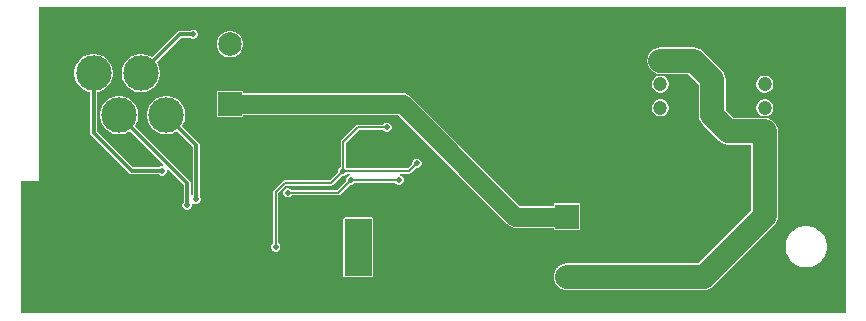
<source format=gbl>
G04*
G04 #@! TF.GenerationSoftware,Altium Limited,Altium Designer,24.7.2 (38)*
G04*
G04 Layer_Physical_Order=2*
G04 Layer_Color=16711680*
%FSLAX44Y44*%
%MOMM*%
G71*
G04*
G04 #@! TF.SameCoordinates,5F2224E1-EEEE-49E5-A837-5A6DF9339696*
G04*
G04*
G04 #@! TF.FilePolarity,Positive*
G04*
G01*
G75*
%ADD12C,0.2000*%
%ADD55R,1.2000X1.2000*%
%ADD56C,1.2000*%
%ADD67R,1.9950X1.9950*%
%ADD68C,1.9950*%
%ADD69C,0.5000*%
%AMCUSTOMSHAPE70*
4,1,6,2.0320,-2.6111,2.0320,10.6324,0.5080,10.6324,0.5080,7.7686,-1.0160,7.7686,-1.0160,-2.6111,2.0320,-2.6111,0.0*%
%ADD70CUSTOMSHAPE70*%

%ADD71C,3.0000*%
%ADD72C,1.6000*%
%ADD73C,0.3500*%
%ADD74C,2.0000*%
G36*
X1757680Y999490D02*
X1059068D01*
Y1111104D01*
X1074420D01*
Y1139190D01*
Y1258570D01*
X1757680D01*
Y999490D01*
D02*
G37*
%LPC*%
G36*
X1206034Y1239750D02*
X1204426D01*
X1202942Y1239135D01*
X1202596Y1238789D01*
X1193650D01*
X1192472Y1238555D01*
X1191473Y1237887D01*
X1169900Y1216314D01*
X1168487Y1217258D01*
X1165526Y1218485D01*
X1162383Y1219110D01*
X1159177D01*
X1156034Y1218485D01*
X1153073Y1217258D01*
X1150408Y1215478D01*
X1148142Y1213212D01*
X1146362Y1210547D01*
X1145135Y1207586D01*
X1144510Y1204443D01*
Y1201238D01*
X1145135Y1198094D01*
X1146362Y1195133D01*
X1148142Y1192468D01*
X1150408Y1190202D01*
X1153073Y1188422D01*
X1156034Y1187195D01*
X1159177Y1186570D01*
X1162383D01*
X1165526Y1187195D01*
X1168487Y1188422D01*
X1171152Y1190202D01*
X1173418Y1192468D01*
X1175198Y1195133D01*
X1176425Y1198094D01*
X1177050Y1201238D01*
Y1204443D01*
X1176425Y1207586D01*
X1175198Y1210547D01*
X1174254Y1211960D01*
X1194925Y1232631D01*
X1202596D01*
X1202942Y1232285D01*
X1204426Y1231670D01*
X1206034D01*
X1207518Y1232285D01*
X1208655Y1233421D01*
X1209270Y1234906D01*
Y1236514D01*
X1208655Y1237999D01*
X1207518Y1239135D01*
X1206034Y1239750D01*
D02*
G37*
G36*
X1237781Y1238645D02*
X1234820D01*
X1231960Y1237879D01*
X1229395Y1236398D01*
X1227302Y1234305D01*
X1225821Y1231740D01*
X1225055Y1228880D01*
Y1225920D01*
X1225821Y1223060D01*
X1227302Y1220495D01*
X1229395Y1218402D01*
X1231960Y1216921D01*
X1234820Y1216155D01*
X1237781D01*
X1240640Y1216921D01*
X1243205Y1218402D01*
X1245298Y1220495D01*
X1246779Y1223060D01*
X1247545Y1225920D01*
Y1228880D01*
X1246779Y1231740D01*
X1245298Y1234305D01*
X1243205Y1236398D01*
X1240640Y1237879D01*
X1237781Y1238645D01*
D02*
G37*
G36*
X1690057Y1200770D02*
X1688143D01*
X1686294Y1200275D01*
X1684636Y1199317D01*
X1683283Y1197964D01*
X1682325Y1196306D01*
X1681830Y1194457D01*
Y1192543D01*
X1682325Y1190694D01*
X1683283Y1189036D01*
X1684636Y1187683D01*
X1686294Y1186725D01*
X1688143Y1186230D01*
X1690057D01*
X1691906Y1186725D01*
X1693564Y1187683D01*
X1694917Y1189036D01*
X1695875Y1190694D01*
X1696370Y1192543D01*
Y1194457D01*
X1695875Y1196306D01*
X1694917Y1197964D01*
X1693564Y1199317D01*
X1691906Y1200275D01*
X1690057Y1200770D01*
D02*
G37*
G36*
X1601757Y1200770D02*
X1599843D01*
X1597994Y1200275D01*
X1596336Y1199317D01*
X1594983Y1197964D01*
X1594025Y1196306D01*
X1593530Y1194457D01*
Y1192543D01*
X1594025Y1190694D01*
X1594983Y1189036D01*
X1596336Y1187683D01*
X1597994Y1186725D01*
X1599843Y1186230D01*
X1601757D01*
X1603606Y1186725D01*
X1605264Y1187683D01*
X1606617Y1189036D01*
X1607575Y1190694D01*
X1608070Y1192543D01*
Y1194457D01*
X1607575Y1196306D01*
X1606617Y1197964D01*
X1605264Y1199317D01*
X1603606Y1200275D01*
X1601757Y1200770D01*
D02*
G37*
G36*
X1690057Y1180770D02*
X1688143D01*
X1686294Y1180275D01*
X1684636Y1179317D01*
X1683283Y1177964D01*
X1682325Y1176306D01*
X1681830Y1174457D01*
Y1172543D01*
X1682325Y1170694D01*
X1683283Y1169036D01*
X1684636Y1167683D01*
X1686294Y1166725D01*
X1688143Y1166230D01*
X1690057D01*
X1691906Y1166725D01*
X1693564Y1167683D01*
X1694917Y1169036D01*
X1695875Y1170694D01*
X1696370Y1172543D01*
Y1174457D01*
X1695875Y1176306D01*
X1694917Y1177964D01*
X1693564Y1179317D01*
X1691906Y1180275D01*
X1690057Y1180770D01*
D02*
G37*
G36*
X1601757Y1180770D02*
X1599843D01*
X1597994Y1180275D01*
X1596336Y1179317D01*
X1594983Y1177964D01*
X1594025Y1176306D01*
X1593530Y1174457D01*
Y1172543D01*
X1594025Y1170694D01*
X1594983Y1169036D01*
X1596336Y1167683D01*
X1597994Y1166725D01*
X1599843Y1166230D01*
X1601757D01*
X1603606Y1166725D01*
X1605264Y1167683D01*
X1606617Y1169036D01*
X1607575Y1170694D01*
X1608070Y1172543D01*
Y1174457D01*
X1607575Y1176306D01*
X1606617Y1177964D01*
X1605264Y1179317D01*
X1603606Y1180275D01*
X1601757Y1180770D01*
D02*
G37*
G36*
X1369864Y1161010D02*
X1368256D01*
X1366772Y1160395D01*
X1365661Y1159285D01*
X1344930D01*
X1344044Y1159108D01*
X1343293Y1158607D01*
X1330593Y1145907D01*
X1330092Y1145156D01*
X1329915Y1144270D01*
Y1123539D01*
X1328805Y1122429D01*
X1328190Y1120944D01*
Y1119373D01*
X1321111Y1112294D01*
X1282700D01*
X1281814Y1112118D01*
X1281063Y1111617D01*
X1273363Y1103917D01*
X1272862Y1103166D01*
X1272685Y1102280D01*
Y1059119D01*
X1271575Y1058008D01*
X1270960Y1056524D01*
Y1054916D01*
X1271575Y1053431D01*
X1272711Y1052295D01*
X1274196Y1051680D01*
X1275804D01*
X1277289Y1052295D01*
X1278425Y1053431D01*
X1279040Y1054916D01*
Y1056524D01*
X1278425Y1058008D01*
X1277315Y1059119D01*
Y1101321D01*
X1283659Y1107665D01*
X1322070D01*
X1322956Y1107842D01*
X1323707Y1108343D01*
X1331463Y1116100D01*
X1333034D01*
X1334518Y1116715D01*
X1335629Y1117825D01*
X1337766D01*
X1337776Y1116560D01*
X1336292Y1115945D01*
X1335155Y1114809D01*
X1334540Y1113324D01*
Y1111753D01*
X1326831Y1104044D01*
X1288639D01*
X1287529Y1105155D01*
X1286044Y1105770D01*
X1284436D01*
X1282952Y1105155D01*
X1281815Y1104018D01*
X1281200Y1102534D01*
Y1100926D01*
X1281815Y1099442D01*
X1282952Y1098305D01*
X1284436Y1097690D01*
X1286044D01*
X1287529Y1098305D01*
X1288639Y1099416D01*
X1327790D01*
X1328676Y1099592D01*
X1329427Y1100093D01*
X1337813Y1108480D01*
X1339384D01*
X1340869Y1109095D01*
X1341979Y1110206D01*
X1375821D01*
X1376931Y1109095D01*
X1378416Y1108480D01*
X1380024D01*
X1381508Y1109095D01*
X1382645Y1110231D01*
X1383260Y1111716D01*
Y1113324D01*
X1382645Y1114809D01*
X1381508Y1115945D01*
X1380024Y1116560D01*
X1380034Y1117825D01*
X1388110D01*
X1388996Y1118002D01*
X1389747Y1118503D01*
X1393693Y1122450D01*
X1395264D01*
X1396749Y1123065D01*
X1397885Y1124202D01*
X1398500Y1125686D01*
Y1127294D01*
X1397885Y1128779D01*
X1396749Y1129915D01*
X1395264Y1130530D01*
X1393656D01*
X1392171Y1129915D01*
X1391035Y1128779D01*
X1390420Y1127294D01*
Y1125723D01*
X1387151Y1122455D01*
X1335629D01*
X1334545Y1123539D01*
Y1143311D01*
X1345889Y1154656D01*
X1365661D01*
X1366772Y1153545D01*
X1368256Y1152930D01*
X1369864D01*
X1371349Y1153545D01*
X1372485Y1154681D01*
X1373100Y1156166D01*
Y1157774D01*
X1372485Y1159258D01*
X1371349Y1160395D01*
X1369864Y1161010D01*
D02*
G37*
G36*
X1122383Y1219110D02*
X1119177D01*
X1116034Y1218485D01*
X1113073Y1217258D01*
X1110408Y1215478D01*
X1108142Y1213212D01*
X1106362Y1210547D01*
X1105135Y1207586D01*
X1104510Y1204443D01*
Y1201238D01*
X1105135Y1198094D01*
X1106362Y1195133D01*
X1108142Y1192468D01*
X1110408Y1190202D01*
X1113073Y1188422D01*
X1116034Y1187195D01*
X1117701Y1186864D01*
Y1152520D01*
X1117935Y1151342D01*
X1118603Y1150343D01*
X1150983Y1117963D01*
X1151982Y1117295D01*
X1153160Y1117061D01*
X1153160Y1117061D01*
X1175926D01*
X1176272Y1116715D01*
X1177756Y1116100D01*
X1179364D01*
X1180848Y1116715D01*
X1181985Y1117851D01*
X1182600Y1119336D01*
Y1120909D01*
X1182699Y1121003D01*
X1183701Y1121605D01*
X1197071Y1108235D01*
Y1093564D01*
X1196725Y1093219D01*
X1196110Y1091734D01*
Y1090126D01*
X1196725Y1088642D01*
X1197861Y1087505D01*
X1199346Y1086890D01*
X1200954D01*
X1202439Y1087505D01*
X1203575Y1088642D01*
X1204190Y1090126D01*
Y1091734D01*
X1203945Y1092326D01*
X1205021Y1093045D01*
X1205481Y1092585D01*
X1206966Y1091970D01*
X1208574D01*
X1210059Y1092585D01*
X1211195Y1093721D01*
X1211810Y1095206D01*
Y1096814D01*
X1211195Y1098298D01*
X1210849Y1098644D01*
Y1141890D01*
X1210615Y1143068D01*
X1209947Y1144067D01*
X1209947Y1144067D01*
X1195854Y1158160D01*
X1196798Y1159573D01*
X1198025Y1162534D01*
X1198650Y1165678D01*
Y1168883D01*
X1198025Y1172026D01*
X1196798Y1174987D01*
X1195018Y1177652D01*
X1192751Y1179918D01*
X1190087Y1181698D01*
X1187126Y1182925D01*
X1183982Y1183550D01*
X1180778D01*
X1177634Y1182925D01*
X1174673Y1181698D01*
X1172009Y1179918D01*
X1169742Y1177652D01*
X1167962Y1174987D01*
X1166735Y1172026D01*
X1166110Y1168883D01*
Y1165678D01*
X1166735Y1162534D01*
X1167962Y1159573D01*
X1169742Y1156908D01*
X1172009Y1154642D01*
X1174673Y1152862D01*
X1177634Y1151635D01*
X1180778Y1151010D01*
X1183982D01*
X1187126Y1151635D01*
X1190087Y1152862D01*
X1191500Y1153806D01*
X1204691Y1140615D01*
Y1099708D01*
X1204499Y1099472D01*
X1203428Y1099852D01*
X1203229Y1100052D01*
Y1109510D01*
X1202995Y1110688D01*
X1202327Y1111687D01*
X1155854Y1158160D01*
X1156798Y1159573D01*
X1158025Y1162534D01*
X1158650Y1165678D01*
Y1168883D01*
X1158025Y1172026D01*
X1156798Y1174987D01*
X1155018Y1177652D01*
X1152751Y1179918D01*
X1150087Y1181698D01*
X1147126Y1182925D01*
X1143982Y1183550D01*
X1140778D01*
X1137634Y1182925D01*
X1134673Y1181698D01*
X1132009Y1179918D01*
X1129742Y1177652D01*
X1127962Y1174987D01*
X1126735Y1172026D01*
X1126110Y1168883D01*
Y1165678D01*
X1126735Y1162534D01*
X1127962Y1159573D01*
X1129742Y1156908D01*
X1132009Y1154642D01*
X1134673Y1152862D01*
X1137634Y1151635D01*
X1140778Y1151010D01*
X1143982D01*
X1147126Y1151635D01*
X1150087Y1152862D01*
X1151500Y1153806D01*
X1180025Y1125281D01*
X1179423Y1124278D01*
X1179329Y1124180D01*
X1177756D01*
X1176272Y1123565D01*
X1175926Y1123219D01*
X1154435D01*
X1123859Y1153795D01*
Y1186864D01*
X1125526Y1187195D01*
X1128487Y1188422D01*
X1131152Y1190202D01*
X1133418Y1192468D01*
X1135198Y1195133D01*
X1136425Y1198094D01*
X1137050Y1201238D01*
Y1204443D01*
X1136425Y1207586D01*
X1135198Y1210547D01*
X1133418Y1213212D01*
X1131152Y1215478D01*
X1128487Y1217258D01*
X1125526Y1218485D01*
X1122383Y1219110D01*
D02*
G37*
G36*
X1247545Y1187845D02*
X1225055D01*
Y1165355D01*
X1247545D01*
Y1167250D01*
X1378577D01*
X1471039Y1074789D01*
X1472975Y1073303D01*
X1475230Y1072369D01*
X1477650Y1072050D01*
X1510455D01*
Y1070155D01*
X1532945D01*
Y1092645D01*
X1510455D01*
Y1090750D01*
X1481523D01*
X1389061Y1183211D01*
X1387125Y1184697D01*
X1384870Y1185631D01*
X1382450Y1185950D01*
X1247545D01*
Y1187845D01*
D02*
G37*
G36*
X1725927Y1073540D02*
X1722473D01*
X1719084Y1072866D01*
X1715892Y1071544D01*
X1713019Y1069624D01*
X1710576Y1067181D01*
X1708656Y1064308D01*
X1707334Y1061116D01*
X1706660Y1057728D01*
Y1054273D01*
X1707334Y1050884D01*
X1708656Y1047692D01*
X1710576Y1044819D01*
X1713019Y1042376D01*
X1715892Y1040456D01*
X1719084Y1039134D01*
X1722473Y1038460D01*
X1725927D01*
X1729316Y1039134D01*
X1732508Y1040456D01*
X1735381Y1042376D01*
X1737824Y1044819D01*
X1739744Y1047692D01*
X1741066Y1050884D01*
X1741740Y1054273D01*
Y1057728D01*
X1741066Y1061116D01*
X1739744Y1064308D01*
X1737824Y1067181D01*
X1735381Y1069624D01*
X1732508Y1071544D01*
X1729316Y1072866D01*
X1725927Y1073540D01*
D02*
G37*
G36*
X1356360Y1080875D02*
X1333500D01*
X1332528Y1080472D01*
X1332125Y1079500D01*
Y1031240D01*
X1332528Y1030268D01*
X1333500Y1029865D01*
X1356360D01*
X1357332Y1030268D01*
X1357735Y1031240D01*
Y1079500D01*
X1357332Y1080472D01*
X1356360Y1080875D01*
D02*
G37*
G36*
X1628760Y1224867D02*
X1600800D01*
X1597858Y1224480D01*
X1595116Y1223344D01*
X1592762Y1221538D01*
X1590956Y1219184D01*
X1589820Y1216442D01*
X1589433Y1213500D01*
X1589820Y1210558D01*
X1590956Y1207816D01*
X1592762Y1205462D01*
X1595116Y1203656D01*
X1597858Y1202520D01*
X1600800Y1202133D01*
X1624052D01*
X1633283Y1192902D01*
Y1167130D01*
X1633670Y1164188D01*
X1634806Y1161446D01*
X1636612Y1159092D01*
X1650242Y1145462D01*
X1652596Y1143656D01*
X1655338Y1142520D01*
X1658280Y1142133D01*
X1677733D01*
Y1086749D01*
X1632952Y1041967D01*
X1521700D01*
X1520771Y1041845D01*
X1520220D01*
X1519687Y1041702D01*
X1518758Y1041580D01*
X1517892Y1041221D01*
X1517360Y1041079D01*
X1516882Y1040803D01*
X1516016Y1040444D01*
X1515273Y1039874D01*
X1514795Y1039598D01*
X1514405Y1039208D01*
X1513662Y1038638D01*
X1513092Y1037895D01*
X1512702Y1037505D01*
X1512426Y1037027D01*
X1511856Y1036284D01*
X1511497Y1035418D01*
X1511221Y1034940D01*
X1511079Y1034408D01*
X1510720Y1033542D01*
X1510598Y1032613D01*
X1510455Y1032080D01*
Y1031529D01*
X1510333Y1030600D01*
X1510455Y1029671D01*
Y1029120D01*
X1510598Y1028587D01*
X1510720Y1027658D01*
X1511079Y1026792D01*
X1511221Y1026260D01*
X1511497Y1025782D01*
X1511856Y1024916D01*
X1512426Y1024173D01*
X1512702Y1023695D01*
X1513092Y1023305D01*
X1513662Y1022562D01*
X1514405Y1021992D01*
X1514795Y1021602D01*
X1515273Y1021326D01*
X1516016Y1020756D01*
X1516882Y1020397D01*
X1517360Y1020121D01*
X1517892Y1019979D01*
X1518758Y1019620D01*
X1519687Y1019498D01*
X1520220Y1019355D01*
X1520771D01*
X1521700Y1019233D01*
X1637660D01*
X1640602Y1019620D01*
X1643344Y1020756D01*
X1645698Y1022562D01*
X1697138Y1074002D01*
X1698944Y1076356D01*
X1700080Y1079098D01*
X1700467Y1082040D01*
Y1153500D01*
X1700080Y1156442D01*
X1698944Y1159184D01*
X1697138Y1161538D01*
X1694784Y1163344D01*
X1692042Y1164480D01*
X1689100Y1164867D01*
X1662988D01*
X1656017Y1171838D01*
Y1197610D01*
X1655630Y1200552D01*
X1654494Y1203294D01*
X1652688Y1205648D01*
X1636798Y1221538D01*
X1634444Y1223344D01*
X1631702Y1224480D01*
X1628760Y1224867D01*
D02*
G37*
%LPD*%
G36*
X1356360Y1031240D02*
X1333500D01*
Y1079500D01*
X1356360D01*
Y1031240D01*
D02*
G37*
D12*
X1344930Y1156970D02*
X1369060D01*
X1332230Y1144270D02*
X1344930Y1156970D01*
X1332230Y1120140D02*
X1388110D01*
X1394460Y1126490D01*
X1338580Y1112520D02*
X1379220D01*
X1332230Y1120140D02*
Y1144270D01*
X1282700Y1109980D02*
X1322070D01*
X1332230Y1120140D01*
X1275000Y1055720D02*
Y1102280D01*
X1282700Y1109980D01*
X1285240Y1101730D02*
X1327790D01*
X1338580Y1112520D01*
D55*
X1600800Y1213500D02*
D03*
X1689100Y1153500D02*
D03*
D56*
X1600800Y1193500D02*
D03*
Y1173500D02*
D03*
Y1153500D02*
D03*
X1689100Y1173500D02*
D03*
Y1193500D02*
D03*
Y1213500D02*
D03*
D67*
X1521700Y1081400D02*
D03*
X1236300Y1176600D02*
D03*
D68*
X1521700Y1030600D02*
D03*
X1236300Y1227400D02*
D03*
D69*
X1384300Y1189990D02*
D03*
X1376680D02*
D03*
X1369060D02*
D03*
X1407160Y1132840D02*
D03*
X1413505Y1113080D02*
D03*
X1389380Y1098550D02*
D03*
X1332230Y1120140D02*
D03*
X1369060Y1156970D02*
D03*
X1394460Y1126490D02*
D03*
X1379220Y1112520D02*
D03*
X1366520Y1137920D02*
D03*
X1356360D02*
D03*
X1337310Y1036320D02*
D03*
X1344930D02*
D03*
X1352550D02*
D03*
Y1074420D02*
D03*
X1344930D02*
D03*
X1337310D02*
D03*
X1587500Y1155700D02*
D03*
X1574800Y1206500D02*
D03*
Y1193800D02*
D03*
Y1181100D02*
D03*
Y1168400D02*
D03*
Y1155700D02*
D03*
X1562100Y1193800D02*
D03*
Y1168400D02*
D03*
X1549400Y1206500D02*
D03*
Y1193800D02*
D03*
X1536700D02*
D03*
X1193800Y1244600D02*
D03*
Y1143000D02*
D03*
Y1130300D02*
D03*
X1181100Y1244600D02*
D03*
Y1231900D02*
D03*
Y1206500D02*
D03*
Y1193800D02*
D03*
Y1143000D02*
D03*
X1168400Y1244600D02*
D03*
Y1231900D02*
D03*
Y1181100D02*
D03*
Y1130300D02*
D03*
Y1016000D02*
D03*
Y1003300D02*
D03*
X1155700Y1244600D02*
D03*
Y1231900D02*
D03*
Y1181100D02*
D03*
Y1143000D02*
D03*
Y1130300D02*
D03*
Y1104900D02*
D03*
Y1092200D02*
D03*
Y1066800D02*
D03*
Y1003300D02*
D03*
X1143000Y1244600D02*
D03*
Y1231900D02*
D03*
Y1219200D02*
D03*
Y1193800D02*
D03*
Y1143000D02*
D03*
Y1117600D02*
D03*
Y1104900D02*
D03*
Y1092200D02*
D03*
Y1066800D02*
D03*
Y1003300D02*
D03*
X1130300Y1244600D02*
D03*
Y1231900D02*
D03*
Y1130300D02*
D03*
Y1117600D02*
D03*
Y1104900D02*
D03*
Y1092200D02*
D03*
Y1066800D02*
D03*
Y1003300D02*
D03*
X1117600Y1244600D02*
D03*
Y1231900D02*
D03*
Y1143000D02*
D03*
Y1130300D02*
D03*
Y1066800D02*
D03*
Y1016000D02*
D03*
Y1003300D02*
D03*
X1104900Y1244600D02*
D03*
Y1231900D02*
D03*
Y1219200D02*
D03*
Y1181100D02*
D03*
Y1168400D02*
D03*
Y1155700D02*
D03*
Y1143000D02*
D03*
Y1130300D02*
D03*
Y1066800D02*
D03*
Y1054100D02*
D03*
Y1041400D02*
D03*
Y1028700D02*
D03*
Y1016000D02*
D03*
Y1003300D02*
D03*
X1092200Y1244600D02*
D03*
Y1231900D02*
D03*
Y1219200D02*
D03*
Y1206500D02*
D03*
Y1193800D02*
D03*
Y1181100D02*
D03*
Y1168400D02*
D03*
Y1155700D02*
D03*
Y1143000D02*
D03*
Y1003300D02*
D03*
X1360170Y1163320D02*
D03*
X1078243Y1014844D02*
D03*
X1078205Y1134186D02*
D03*
X1085825Y1126566D02*
D03*
X1078205D02*
D03*
X1078243Y1022464D02*
D03*
Y1030084D02*
D03*
Y1037704D02*
D03*
Y1045324D02*
D03*
Y1052944D02*
D03*
Y1060564D02*
D03*
Y1068184D02*
D03*
Y1075804D02*
D03*
Y1083424D02*
D03*
Y1091044D02*
D03*
Y1098664D02*
D03*
X1085863Y1106284D02*
D03*
X1078243D02*
D03*
X1064273Y1047788D02*
D03*
X1078230Y1248410D02*
D03*
Y1240790D02*
D03*
Y1233170D02*
D03*
Y1225550D02*
D03*
Y1217930D02*
D03*
Y1210310D02*
D03*
Y1202690D02*
D03*
Y1195070D02*
D03*
Y1187450D02*
D03*
Y1179830D02*
D03*
Y1172210D02*
D03*
Y1164590D02*
D03*
Y1156970D02*
D03*
Y1149350D02*
D03*
Y1141730D02*
D03*
Y1007110D02*
D03*
X1253480Y1045220D02*
D03*
X1242480D02*
D03*
X1231480D02*
D03*
X1220480D02*
D03*
X1253480Y1056220D02*
D03*
X1242480D02*
D03*
X1231480D02*
D03*
X1220480D02*
D03*
X1253480Y1067220D02*
D03*
X1242480D02*
D03*
X1231480D02*
D03*
X1220480D02*
D03*
X1253480Y1078220D02*
D03*
X1242480D02*
D03*
X1231480D02*
D03*
X1220480D02*
D03*
X1205230Y1235710D02*
D03*
X1178560Y1120140D02*
D03*
X1200150Y1090930D02*
D03*
X1207770Y1096010D02*
D03*
X1188720Y1109980D02*
D03*
X1275000Y1055720D02*
D03*
X1295400Y1244600D02*
D03*
X1299210Y1239520D02*
D03*
X1295400Y1234440D02*
D03*
X1299210Y1229360D02*
D03*
X1277620D02*
D03*
X1273810Y1234440D02*
D03*
X1277620Y1239520D02*
D03*
X1273810Y1244600D02*
D03*
X1338580Y1112520D02*
D03*
X1285240Y1101730D02*
D03*
X1384300Y1212850D02*
D03*
Y1205230D02*
D03*
X1376680D02*
D03*
X1369060Y1197610D02*
D03*
X1376680D02*
D03*
X1384300D02*
D03*
X1281240Y1014730D02*
D03*
X1213485D02*
D03*
X1272540Y1024890D02*
D03*
X1242060Y1101090D02*
D03*
X1258570Y1136650D02*
D03*
X1170940Y1109980D02*
D03*
X1126490Y1026160D02*
D03*
X1162060Y1032510D02*
D03*
X1162050Y1049020D02*
D03*
D70*
X1069353Y1033818D02*
D03*
D71*
X1120780Y1202840D02*
D03*
X1160780D02*
D03*
X1200780D02*
D03*
X1142380Y1167280D02*
D03*
X1182380D02*
D03*
D72*
X1382450Y1176600D02*
X1477650Y1081400D01*
X1236300Y1176600D02*
X1382450D01*
X1477650Y1081400D02*
X1521700D01*
D73*
X1193650Y1235710D02*
X1205230D01*
X1160780Y1202840D02*
X1193650Y1235710D01*
X1153160Y1120140D02*
X1178560D01*
X1120780Y1152520D02*
X1153160Y1120140D01*
X1120780Y1152520D02*
Y1202840D01*
X1200150Y1090930D02*
Y1109510D01*
X1142380Y1167280D02*
X1200150Y1109510D01*
X1207770Y1096010D02*
Y1141890D01*
X1182380Y1167280D02*
X1207770Y1141890D01*
D74*
X1521700Y1030600D02*
X1637660D01*
X1689100Y1082040D01*
Y1153500D01*
X1658280D02*
X1689100D01*
X1644650Y1167130D02*
Y1197610D01*
Y1167130D02*
X1658280Y1153500D01*
X1628760Y1213500D02*
X1644650Y1197610D01*
X1600800Y1213500D02*
X1628760D01*
M02*

</source>
